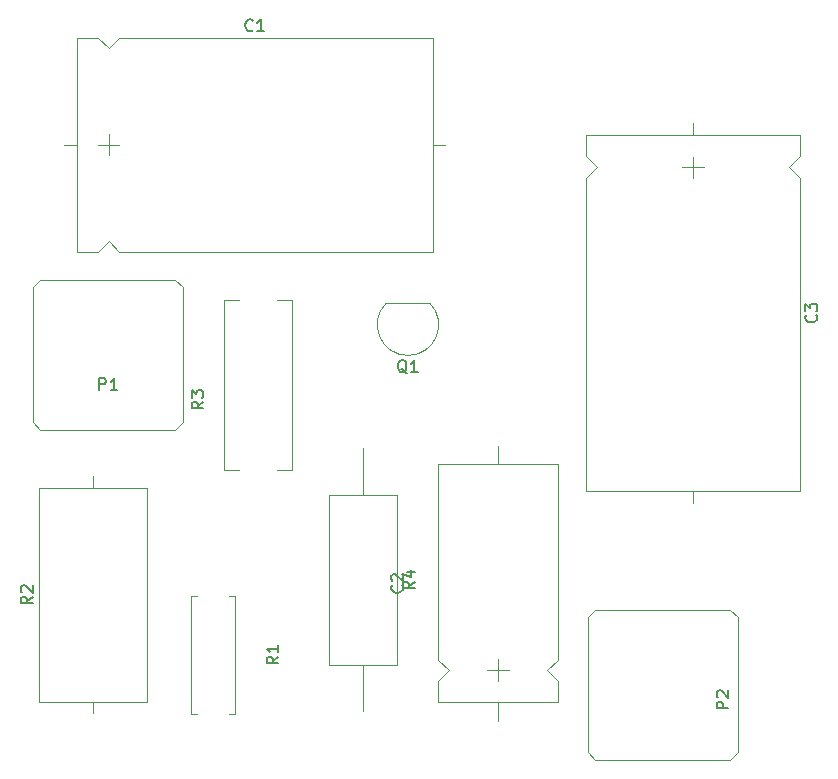
<source format=gbr>
G04 #@! TF.FileFunction,Legend,Top*
%FSLAX46Y46*%
G04 Gerber Fmt 4.6, Leading zero omitted, Abs format (unit mm)*
G04 Created by KiCad (PCBNEW 4.0.5) date 05/25/17 00:15:28*
%MOMM*%
%LPD*%
G01*
G04 APERTURE LIST*
%ADD10C,0.100000*%
%ADD11C,0.120000*%
%ADD12C,0.150000*%
G04 APERTURE END LIST*
D10*
D11*
X80010000Y-106045000D02*
X80010000Y-94615000D01*
X80010000Y-94615000D02*
X80645000Y-93980000D01*
X80645000Y-93980000D02*
X92075000Y-93980000D01*
X92075000Y-93980000D02*
X92710000Y-94615000D01*
X92710000Y-94615000D02*
X92710000Y-106045000D01*
X92075000Y-106680000D02*
X80645000Y-106680000D01*
X80645000Y-106680000D02*
X80010000Y-106045000D01*
X92710000Y-106045000D02*
X92075000Y-106680000D01*
X139065000Y-134620000D02*
X127635000Y-134620000D01*
X127635000Y-134620000D02*
X127000000Y-133985000D01*
X127000000Y-133985000D02*
X127000000Y-122555000D01*
X127000000Y-122555000D02*
X127635000Y-121920000D01*
X127635000Y-121920000D02*
X139065000Y-121920000D01*
X139700000Y-122555000D02*
X139700000Y-133985000D01*
X139700000Y-133985000D02*
X139065000Y-134620000D01*
X139065000Y-121920000D02*
X139700000Y-122555000D01*
X85530000Y-82550000D02*
X87330000Y-82550000D01*
X86430000Y-81650000D02*
X86430000Y-83450000D01*
X83720000Y-73490000D02*
X83720000Y-91610000D01*
X113840000Y-73490000D02*
X113840000Y-91610000D01*
X83720000Y-73490000D02*
X85520000Y-73490000D01*
X85520000Y-73490000D02*
X86420000Y-74390000D01*
X86420000Y-74390000D02*
X87320000Y-73490000D01*
X87320000Y-73490000D02*
X113840000Y-73490000D01*
X83720000Y-91610000D02*
X85520000Y-91610000D01*
X85520000Y-91610000D02*
X86420000Y-90710000D01*
X86420000Y-90710000D02*
X87320000Y-91610000D01*
X87320000Y-91610000D02*
X113840000Y-91610000D01*
X82660000Y-82550000D02*
X83720000Y-82550000D01*
X114900000Y-82550000D02*
X113840000Y-82550000D01*
X119380000Y-127930000D02*
X119380000Y-126130000D01*
X118480000Y-127030000D02*
X120280000Y-127030000D01*
X114320000Y-129740000D02*
X124440000Y-129740000D01*
X114320000Y-109620000D02*
X124440000Y-109620000D01*
X114320000Y-129740000D02*
X114320000Y-127940000D01*
X114320000Y-127940000D02*
X115220000Y-127040000D01*
X115220000Y-127040000D02*
X114320000Y-126140000D01*
X114320000Y-126140000D02*
X114320000Y-109620000D01*
X124440000Y-129740000D02*
X124440000Y-127940000D01*
X124440000Y-127940000D02*
X123540000Y-127040000D01*
X123540000Y-127040000D02*
X124440000Y-126140000D01*
X124440000Y-126140000D02*
X124440000Y-109620000D01*
X119380000Y-131300000D02*
X119380000Y-129740000D01*
X119380000Y-108060000D02*
X119380000Y-109620000D01*
X135890000Y-83550000D02*
X135890000Y-85350000D01*
X136790000Y-84450000D02*
X134990000Y-84450000D01*
X144950000Y-81740000D02*
X126830000Y-81740000D01*
X144950000Y-111860000D02*
X126830000Y-111860000D01*
X144950000Y-81740000D02*
X144950000Y-83540000D01*
X144950000Y-83540000D02*
X144050000Y-84440000D01*
X144050000Y-84440000D02*
X144950000Y-85340000D01*
X144950000Y-85340000D02*
X144950000Y-111860000D01*
X126830000Y-81740000D02*
X126830000Y-83540000D01*
X126830000Y-83540000D02*
X127730000Y-84440000D01*
X127730000Y-84440000D02*
X126830000Y-85340000D01*
X126830000Y-85340000D02*
X126830000Y-111860000D01*
X135890000Y-80680000D02*
X135890000Y-81740000D01*
X135890000Y-112920000D02*
X135890000Y-111860000D01*
X113560000Y-95940000D02*
X109960000Y-95940000D01*
X113598478Y-95951522D02*
G75*
G02X111760000Y-100390000I-1838478J-1838478D01*
G01*
X109921522Y-95951522D02*
G75*
G03X111760000Y-100390000I1838478J-1838478D01*
G01*
X96630000Y-120720000D02*
X97110000Y-120720000D01*
X97110000Y-120720000D02*
X97110000Y-130740000D01*
X97110000Y-130740000D02*
X96630000Y-130740000D01*
X93870000Y-120720000D02*
X93390000Y-120720000D01*
X93390000Y-120720000D02*
X93390000Y-130740000D01*
X93390000Y-130740000D02*
X93870000Y-130740000D01*
X80530000Y-129710000D02*
X89650000Y-129710000D01*
X89650000Y-129710000D02*
X89650000Y-111590000D01*
X89650000Y-111590000D02*
X80530000Y-111590000D01*
X80530000Y-111590000D02*
X80530000Y-129710000D01*
X85090000Y-130700000D02*
X85090000Y-129710000D01*
X85090000Y-110600000D02*
X85090000Y-111590000D01*
X97480000Y-110080000D02*
X96150000Y-110080000D01*
X96150000Y-110080000D02*
X96150000Y-95660000D01*
X96150000Y-95660000D02*
X97480000Y-95660000D01*
X100640000Y-110080000D02*
X101970000Y-110080000D01*
X101970000Y-110080000D02*
X101970000Y-95660000D01*
X101970000Y-95660000D02*
X100640000Y-95660000D01*
X110860000Y-112170000D02*
X105040000Y-112170000D01*
X105040000Y-112170000D02*
X105040000Y-126590000D01*
X105040000Y-126590000D02*
X110860000Y-126590000D01*
X110860000Y-126590000D02*
X110860000Y-112170000D01*
X107950000Y-108260000D02*
X107950000Y-112170000D01*
X107950000Y-130500000D02*
X107950000Y-126590000D01*
D12*
X85621905Y-103322381D02*
X85621905Y-102322381D01*
X86002858Y-102322381D01*
X86098096Y-102370000D01*
X86145715Y-102417619D01*
X86193334Y-102512857D01*
X86193334Y-102655714D01*
X86145715Y-102750952D01*
X86098096Y-102798571D01*
X86002858Y-102846190D01*
X85621905Y-102846190D01*
X87145715Y-103322381D02*
X86574286Y-103322381D01*
X86860000Y-103322381D02*
X86860000Y-102322381D01*
X86764762Y-102465238D01*
X86669524Y-102560476D01*
X86574286Y-102608095D01*
X138882381Y-130278095D02*
X137882381Y-130278095D01*
X137882381Y-129897142D01*
X137930000Y-129801904D01*
X137977619Y-129754285D01*
X138072857Y-129706666D01*
X138215714Y-129706666D01*
X138310952Y-129754285D01*
X138358571Y-129801904D01*
X138406190Y-129897142D01*
X138406190Y-130278095D01*
X137977619Y-129325714D02*
X137930000Y-129278095D01*
X137882381Y-129182857D01*
X137882381Y-128944761D01*
X137930000Y-128849523D01*
X137977619Y-128801904D01*
X138072857Y-128754285D01*
X138168095Y-128754285D01*
X138310952Y-128801904D01*
X138882381Y-129373333D01*
X138882381Y-128754285D01*
X98613334Y-72847143D02*
X98565715Y-72894762D01*
X98422858Y-72942381D01*
X98327620Y-72942381D01*
X98184762Y-72894762D01*
X98089524Y-72799524D01*
X98041905Y-72704286D01*
X97994286Y-72513810D01*
X97994286Y-72370952D01*
X98041905Y-72180476D01*
X98089524Y-72085238D01*
X98184762Y-71990000D01*
X98327620Y-71942381D01*
X98422858Y-71942381D01*
X98565715Y-71990000D01*
X98613334Y-72037619D01*
X99565715Y-72942381D02*
X98994286Y-72942381D01*
X99280000Y-72942381D02*
X99280000Y-71942381D01*
X99184762Y-72085238D01*
X99089524Y-72180476D01*
X98994286Y-72228095D01*
X111253543Y-119846666D02*
X111301162Y-119894285D01*
X111348781Y-120037142D01*
X111348781Y-120132380D01*
X111301162Y-120275238D01*
X111205924Y-120370476D01*
X111110686Y-120418095D01*
X110920210Y-120465714D01*
X110777352Y-120465714D01*
X110586876Y-120418095D01*
X110491638Y-120370476D01*
X110396400Y-120275238D01*
X110348781Y-120132380D01*
X110348781Y-120037142D01*
X110396400Y-119894285D01*
X110444019Y-119846666D01*
X110444019Y-119465714D02*
X110396400Y-119418095D01*
X110348781Y-119322857D01*
X110348781Y-119084761D01*
X110396400Y-118989523D01*
X110444019Y-118941904D01*
X110539257Y-118894285D01*
X110634495Y-118894285D01*
X110777352Y-118941904D01*
X111348781Y-119513333D01*
X111348781Y-118894285D01*
X146307143Y-96966666D02*
X146354762Y-97014285D01*
X146402381Y-97157142D01*
X146402381Y-97252380D01*
X146354762Y-97395238D01*
X146259524Y-97490476D01*
X146164286Y-97538095D01*
X145973810Y-97585714D01*
X145830952Y-97585714D01*
X145640476Y-97538095D01*
X145545238Y-97490476D01*
X145450000Y-97395238D01*
X145402381Y-97252380D01*
X145402381Y-97157142D01*
X145450000Y-97014285D01*
X145497619Y-96966666D01*
X145402381Y-96633333D02*
X145402381Y-96014285D01*
X145783333Y-96347619D01*
X145783333Y-96204761D01*
X145830952Y-96109523D01*
X145878571Y-96061904D01*
X145973810Y-96014285D01*
X146211905Y-96014285D01*
X146307143Y-96061904D01*
X146354762Y-96109523D01*
X146402381Y-96204761D01*
X146402381Y-96490476D01*
X146354762Y-96585714D01*
X146307143Y-96633333D01*
X111664762Y-101897619D02*
X111569524Y-101850000D01*
X111474286Y-101754762D01*
X111331429Y-101611905D01*
X111236190Y-101564286D01*
X111140952Y-101564286D01*
X111188571Y-101802381D02*
X111093333Y-101754762D01*
X110998095Y-101659524D01*
X110950476Y-101469048D01*
X110950476Y-101135714D01*
X110998095Y-100945238D01*
X111093333Y-100850000D01*
X111188571Y-100802381D01*
X111379048Y-100802381D01*
X111474286Y-100850000D01*
X111569524Y-100945238D01*
X111617143Y-101135714D01*
X111617143Y-101469048D01*
X111569524Y-101659524D01*
X111474286Y-101754762D01*
X111379048Y-101802381D01*
X111188571Y-101802381D01*
X112569524Y-101802381D02*
X111998095Y-101802381D01*
X112283809Y-101802381D02*
X112283809Y-100802381D01*
X112188571Y-100945238D01*
X112093333Y-101040476D01*
X111998095Y-101088095D01*
X100782381Y-125896666D02*
X100306190Y-126230000D01*
X100782381Y-126468095D02*
X99782381Y-126468095D01*
X99782381Y-126087142D01*
X99830000Y-125991904D01*
X99877619Y-125944285D01*
X99972857Y-125896666D01*
X100115714Y-125896666D01*
X100210952Y-125944285D01*
X100258571Y-125991904D01*
X100306190Y-126087142D01*
X100306190Y-126468095D01*
X100782381Y-124944285D02*
X100782381Y-125515714D01*
X100782381Y-125230000D02*
X99782381Y-125230000D01*
X99925238Y-125325238D01*
X100020476Y-125420476D01*
X100068095Y-125515714D01*
X79982381Y-120816666D02*
X79506190Y-121150000D01*
X79982381Y-121388095D02*
X78982381Y-121388095D01*
X78982381Y-121007142D01*
X79030000Y-120911904D01*
X79077619Y-120864285D01*
X79172857Y-120816666D01*
X79315714Y-120816666D01*
X79410952Y-120864285D01*
X79458571Y-120911904D01*
X79506190Y-121007142D01*
X79506190Y-121388095D01*
X79077619Y-120435714D02*
X79030000Y-120388095D01*
X78982381Y-120292857D01*
X78982381Y-120054761D01*
X79030000Y-119959523D01*
X79077619Y-119911904D01*
X79172857Y-119864285D01*
X79268095Y-119864285D01*
X79410952Y-119911904D01*
X79982381Y-120483333D01*
X79982381Y-119864285D01*
X94432381Y-104306666D02*
X93956190Y-104640000D01*
X94432381Y-104878095D02*
X93432381Y-104878095D01*
X93432381Y-104497142D01*
X93480000Y-104401904D01*
X93527619Y-104354285D01*
X93622857Y-104306666D01*
X93765714Y-104306666D01*
X93860952Y-104354285D01*
X93908571Y-104401904D01*
X93956190Y-104497142D01*
X93956190Y-104878095D01*
X93432381Y-103973333D02*
X93432381Y-103354285D01*
X93813333Y-103687619D01*
X93813333Y-103544761D01*
X93860952Y-103449523D01*
X93908571Y-103401904D01*
X94003810Y-103354285D01*
X94241905Y-103354285D01*
X94337143Y-103401904D01*
X94384762Y-103449523D01*
X94432381Y-103544761D01*
X94432381Y-103830476D01*
X94384762Y-103925714D01*
X94337143Y-103973333D01*
X112312381Y-119546666D02*
X111836190Y-119880000D01*
X112312381Y-120118095D02*
X111312381Y-120118095D01*
X111312381Y-119737142D01*
X111360000Y-119641904D01*
X111407619Y-119594285D01*
X111502857Y-119546666D01*
X111645714Y-119546666D01*
X111740952Y-119594285D01*
X111788571Y-119641904D01*
X111836190Y-119737142D01*
X111836190Y-120118095D01*
X111645714Y-118689523D02*
X112312381Y-118689523D01*
X111264762Y-118927619D02*
X111979048Y-119165714D01*
X111979048Y-118546666D01*
M02*

</source>
